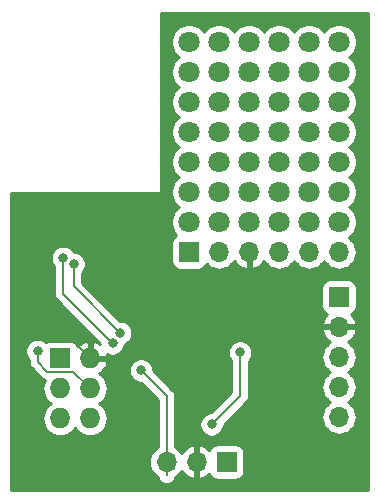
<source format=gbr>
G04 #@! TF.GenerationSoftware,KiCad,Pcbnew,5.1.2*
G04 #@! TF.CreationDate,2019-05-25T23:05:01-04:00*
G04 #@! TF.ProjectId,skateboardController,736b6174-6562-46f6-9172-64436f6e7472,rev?*
G04 #@! TF.SameCoordinates,Original*
G04 #@! TF.FileFunction,Copper,L2,Bot*
G04 #@! TF.FilePolarity,Positive*
%FSLAX46Y46*%
G04 Gerber Fmt 4.6, Leading zero omitted, Abs format (unit mm)*
G04 Created by KiCad (PCBNEW 5.1.2) date 2019-05-25 23:05:01*
%MOMM*%
%LPD*%
G04 APERTURE LIST*
%ADD10C,1.800000*%
%ADD11R,1.700000X1.700000*%
%ADD12O,1.700000X1.700000*%
%ADD13R,1.727200X1.727200*%
%ADD14O,1.727200X1.727200*%
%ADD15C,0.800000*%
%ADD16C,0.203200*%
%ADD17C,0.254000*%
G04 APERTURE END LIST*
D10*
X99060000Y-96520000D03*
X96520000Y-96520000D03*
X93980000Y-96520000D03*
X91440000Y-96520000D03*
X88900000Y-96520000D03*
X86360000Y-96520000D03*
X99060000Y-93980000D03*
X96520000Y-93980000D03*
X93980000Y-93980000D03*
X91440000Y-93980000D03*
X88900000Y-93980000D03*
X86360000Y-93980000D03*
X99060000Y-91440000D03*
X96520000Y-91440000D03*
X93980000Y-91440000D03*
X91440000Y-91440000D03*
X88900000Y-91440000D03*
X86360000Y-91440000D03*
X99060000Y-88900000D03*
X96520000Y-88900000D03*
X93980000Y-88900000D03*
X91440000Y-88900000D03*
X88900000Y-88900000D03*
X86360000Y-88900000D03*
X99060000Y-86360000D03*
X96520000Y-86360000D03*
X93980000Y-86360000D03*
X91440000Y-86360000D03*
X88900000Y-86360000D03*
X86360000Y-86360000D03*
X99060000Y-83820000D03*
X96520000Y-83820000D03*
X93980000Y-83820000D03*
X91440000Y-83820000D03*
X88900000Y-83820000D03*
X86360000Y-83820000D03*
X99060000Y-81280000D03*
X96520000Y-81280000D03*
X93980000Y-81280000D03*
X91440000Y-81280000D03*
X88900000Y-81280000D03*
X86360000Y-81280000D03*
D11*
X86360000Y-99060000D03*
D12*
X88900000Y-99060000D03*
X91440000Y-99060000D03*
X93980000Y-99060000D03*
X96520000Y-99060000D03*
X99060000Y-99060000D03*
D13*
X75438000Y-108077000D03*
D14*
X77978000Y-108077000D03*
X75438000Y-110617000D03*
X77978000Y-110617000D03*
X75438000Y-113157000D03*
X77978000Y-113157000D03*
D11*
X89535000Y-116840000D03*
D12*
X86995000Y-116840000D03*
X84455000Y-116840000D03*
D11*
X99060000Y-102870000D03*
D12*
X99060000Y-105410000D03*
X99060000Y-107950000D03*
X99060000Y-110490000D03*
X99060000Y-113030000D03*
D15*
X73025000Y-100711000D03*
X87757000Y-107950000D03*
X88011000Y-110236000D03*
X81287691Y-108130840D03*
X73532998Y-107442000D03*
X90678000Y-107569000D03*
X88265000Y-113665000D03*
X76581000Y-100076000D03*
X80518000Y-105918000D03*
X75692000Y-99568000D03*
X79883000Y-106807000D03*
X82296000Y-109093000D03*
D16*
X73025000Y-103124000D02*
X77978000Y-108077000D01*
X73025000Y-100711000D02*
X73025000Y-103124000D01*
X87757000Y-107950000D02*
X87757000Y-109982000D01*
X87757000Y-109982000D02*
X88011000Y-110236000D01*
X86995000Y-111252000D02*
X88011000Y-110236000D01*
X86995000Y-117983000D02*
X86995000Y-111252000D01*
X81468531Y-107950000D02*
X81287691Y-108130840D01*
X87757000Y-107950000D02*
X81468531Y-107950000D01*
X90297000Y-105410000D02*
X90233500Y-105473500D01*
X99060000Y-105410000D02*
X90297000Y-105410000D01*
X90233500Y-105473500D02*
X87757000Y-107950000D01*
X74371199Y-109194601D02*
X73532998Y-108356400D01*
X73532998Y-108356400D02*
X73532998Y-108007685D01*
X73532998Y-108007685D02*
X73532998Y-107442000D01*
X76555601Y-109194601D02*
X74371199Y-109194601D01*
X77978000Y-110617000D02*
X76555601Y-109194601D01*
X90678000Y-111252000D02*
X90678000Y-107569000D01*
X88265000Y-113665000D02*
X90678000Y-111252000D01*
X76581000Y-100076000D02*
X76581000Y-100641685D01*
X76581000Y-101981000D02*
X76581000Y-100076000D01*
X80518000Y-105918000D02*
X76581000Y-101981000D01*
X79483001Y-106407001D02*
X79883000Y-106807000D01*
X75692000Y-99568000D02*
X75692000Y-102616000D01*
X75692000Y-102616000D02*
X79483001Y-106407001D01*
X84455000Y-117983000D02*
X84455000Y-111252000D01*
X84455000Y-111252000D02*
X82296000Y-109093000D01*
D17*
G36*
X101473000Y-119253000D02*
G01*
X71247000Y-119253000D01*
X71247000Y-107340061D01*
X72497998Y-107340061D01*
X72497998Y-107543939D01*
X72537772Y-107743898D01*
X72615793Y-107932256D01*
X72729061Y-108101774D01*
X72796398Y-108169111D01*
X72796398Y-108320217D01*
X72792834Y-108356400D01*
X72796398Y-108392583D01*
X72796398Y-108392585D01*
X72807056Y-108500798D01*
X72849176Y-108639648D01*
X72917574Y-108767612D01*
X73009623Y-108879774D01*
X73037730Y-108902841D01*
X73824756Y-109689868D01*
X73847824Y-109717976D01*
X73959986Y-109810025D01*
X74087950Y-109878423D01*
X74127173Y-109890321D01*
X74046775Y-110040736D01*
X73961084Y-110323223D01*
X73932149Y-110617000D01*
X73961084Y-110910777D01*
X74046775Y-111193264D01*
X74185931Y-111453606D01*
X74373203Y-111681797D01*
X74601394Y-111869069D01*
X74634940Y-111887000D01*
X74601394Y-111904931D01*
X74373203Y-112092203D01*
X74185931Y-112320394D01*
X74046775Y-112580736D01*
X73961084Y-112863223D01*
X73932149Y-113157000D01*
X73961084Y-113450777D01*
X74046775Y-113733264D01*
X74185931Y-113993606D01*
X74373203Y-114221797D01*
X74601394Y-114409069D01*
X74861736Y-114548225D01*
X75144223Y-114633916D01*
X75364381Y-114655600D01*
X75511619Y-114655600D01*
X75731777Y-114633916D01*
X76014264Y-114548225D01*
X76274606Y-114409069D01*
X76502797Y-114221797D01*
X76690069Y-113993606D01*
X76708000Y-113960060D01*
X76725931Y-113993606D01*
X76913203Y-114221797D01*
X77141394Y-114409069D01*
X77401736Y-114548225D01*
X77684223Y-114633916D01*
X77904381Y-114655600D01*
X78051619Y-114655600D01*
X78271777Y-114633916D01*
X78554264Y-114548225D01*
X78814606Y-114409069D01*
X79042797Y-114221797D01*
X79230069Y-113993606D01*
X79369225Y-113733264D01*
X79454916Y-113450777D01*
X79483851Y-113157000D01*
X79454916Y-112863223D01*
X79369225Y-112580736D01*
X79230069Y-112320394D01*
X79042797Y-112092203D01*
X78814606Y-111904931D01*
X78781060Y-111887000D01*
X78814606Y-111869069D01*
X79042797Y-111681797D01*
X79230069Y-111453606D01*
X79369225Y-111193264D01*
X79454916Y-110910777D01*
X79483851Y-110617000D01*
X79454916Y-110323223D01*
X79369225Y-110040736D01*
X79230069Y-109780394D01*
X79042797Y-109552203D01*
X78814606Y-109364931D01*
X78770090Y-109341137D01*
X78866488Y-109283817D01*
X79084854Y-109087293D01*
X79156749Y-108991061D01*
X81261000Y-108991061D01*
X81261000Y-109194939D01*
X81300774Y-109394898D01*
X81378795Y-109583256D01*
X81492063Y-109752774D01*
X81636226Y-109896937D01*
X81805744Y-110010205D01*
X81994102Y-110088226D01*
X82194061Y-110128000D01*
X82289291Y-110128000D01*
X83718401Y-111557111D01*
X83718400Y-115549898D01*
X83625986Y-115599294D01*
X83399866Y-115784866D01*
X83214294Y-116010986D01*
X83076401Y-116268966D01*
X82991487Y-116548889D01*
X82962815Y-116840000D01*
X82991487Y-117131111D01*
X83076401Y-117411034D01*
X83214294Y-117669014D01*
X83399866Y-117895134D01*
X83625986Y-118080706D01*
X83732100Y-118137425D01*
X83771178Y-118266248D01*
X83839576Y-118394212D01*
X83931625Y-118506374D01*
X84043787Y-118598424D01*
X84171751Y-118666822D01*
X84310601Y-118708942D01*
X84455000Y-118723164D01*
X84599398Y-118708942D01*
X84738248Y-118666822D01*
X84866212Y-118598424D01*
X84978374Y-118506375D01*
X85070424Y-118394213D01*
X85138822Y-118266249D01*
X85177901Y-118137425D01*
X85284014Y-118080706D01*
X85510134Y-117895134D01*
X85695706Y-117669014D01*
X85730201Y-117604477D01*
X85799822Y-117721355D01*
X85994731Y-117937588D01*
X86228080Y-118111641D01*
X86490901Y-118236825D01*
X86638110Y-118281476D01*
X86868000Y-118160155D01*
X86868000Y-116967000D01*
X86848000Y-116967000D01*
X86848000Y-116713000D01*
X86868000Y-116713000D01*
X86868000Y-115519845D01*
X87122000Y-115519845D01*
X87122000Y-116713000D01*
X87142000Y-116713000D01*
X87142000Y-116967000D01*
X87122000Y-116967000D01*
X87122000Y-118160155D01*
X87351890Y-118281476D01*
X87499099Y-118236825D01*
X87761920Y-118111641D01*
X87995269Y-117937588D01*
X88071034Y-117853534D01*
X88095498Y-117934180D01*
X88154463Y-118044494D01*
X88233815Y-118141185D01*
X88330506Y-118220537D01*
X88440820Y-118279502D01*
X88560518Y-118315812D01*
X88685000Y-118328072D01*
X90385000Y-118328072D01*
X90509482Y-118315812D01*
X90629180Y-118279502D01*
X90739494Y-118220537D01*
X90836185Y-118141185D01*
X90915537Y-118044494D01*
X90974502Y-117934180D01*
X91010812Y-117814482D01*
X91023072Y-117690000D01*
X91023072Y-115990000D01*
X91010812Y-115865518D01*
X90974502Y-115745820D01*
X90915537Y-115635506D01*
X90836185Y-115538815D01*
X90739494Y-115459463D01*
X90629180Y-115400498D01*
X90509482Y-115364188D01*
X90385000Y-115351928D01*
X88685000Y-115351928D01*
X88560518Y-115364188D01*
X88440820Y-115400498D01*
X88330506Y-115459463D01*
X88233815Y-115538815D01*
X88154463Y-115635506D01*
X88095498Y-115745820D01*
X88071034Y-115826466D01*
X87995269Y-115742412D01*
X87761920Y-115568359D01*
X87499099Y-115443175D01*
X87351890Y-115398524D01*
X87122000Y-115519845D01*
X86868000Y-115519845D01*
X86638110Y-115398524D01*
X86490901Y-115443175D01*
X86228080Y-115568359D01*
X85994731Y-115742412D01*
X85799822Y-115958645D01*
X85730201Y-116075523D01*
X85695706Y-116010986D01*
X85510134Y-115784866D01*
X85284014Y-115599294D01*
X85191600Y-115549898D01*
X85191600Y-113563061D01*
X87230000Y-113563061D01*
X87230000Y-113766939D01*
X87269774Y-113966898D01*
X87347795Y-114155256D01*
X87461063Y-114324774D01*
X87605226Y-114468937D01*
X87774744Y-114582205D01*
X87963102Y-114660226D01*
X88163061Y-114700000D01*
X88366939Y-114700000D01*
X88566898Y-114660226D01*
X88755256Y-114582205D01*
X88924774Y-114468937D01*
X89068937Y-114324774D01*
X89182205Y-114155256D01*
X89260226Y-113966898D01*
X89300000Y-113766939D01*
X89300000Y-113671709D01*
X91173268Y-111798441D01*
X91201374Y-111775375D01*
X91293424Y-111663213D01*
X91361822Y-111535249D01*
X91403942Y-111396399D01*
X91414600Y-111288186D01*
X91414600Y-111288177D01*
X91418163Y-111252001D01*
X91414600Y-111215825D01*
X91414600Y-108296111D01*
X91481937Y-108228774D01*
X91595205Y-108059256D01*
X91640460Y-107950000D01*
X97567815Y-107950000D01*
X97596487Y-108241111D01*
X97681401Y-108521034D01*
X97819294Y-108779014D01*
X98004866Y-109005134D01*
X98230986Y-109190706D01*
X98285791Y-109220000D01*
X98230986Y-109249294D01*
X98004866Y-109434866D01*
X97819294Y-109660986D01*
X97681401Y-109918966D01*
X97596487Y-110198889D01*
X97567815Y-110490000D01*
X97596487Y-110781111D01*
X97681401Y-111061034D01*
X97819294Y-111319014D01*
X98004866Y-111545134D01*
X98230986Y-111730706D01*
X98285791Y-111760000D01*
X98230986Y-111789294D01*
X98004866Y-111974866D01*
X97819294Y-112200986D01*
X97681401Y-112458966D01*
X97596487Y-112738889D01*
X97567815Y-113030000D01*
X97596487Y-113321111D01*
X97681401Y-113601034D01*
X97819294Y-113859014D01*
X98004866Y-114085134D01*
X98230986Y-114270706D01*
X98488966Y-114408599D01*
X98768889Y-114493513D01*
X98987050Y-114515000D01*
X99132950Y-114515000D01*
X99351111Y-114493513D01*
X99631034Y-114408599D01*
X99889014Y-114270706D01*
X100115134Y-114085134D01*
X100300706Y-113859014D01*
X100438599Y-113601034D01*
X100523513Y-113321111D01*
X100552185Y-113030000D01*
X100523513Y-112738889D01*
X100438599Y-112458966D01*
X100300706Y-112200986D01*
X100115134Y-111974866D01*
X99889014Y-111789294D01*
X99834209Y-111760000D01*
X99889014Y-111730706D01*
X100115134Y-111545134D01*
X100300706Y-111319014D01*
X100438599Y-111061034D01*
X100523513Y-110781111D01*
X100552185Y-110490000D01*
X100523513Y-110198889D01*
X100438599Y-109918966D01*
X100300706Y-109660986D01*
X100115134Y-109434866D01*
X99889014Y-109249294D01*
X99834209Y-109220000D01*
X99889014Y-109190706D01*
X100115134Y-109005134D01*
X100300706Y-108779014D01*
X100438599Y-108521034D01*
X100523513Y-108241111D01*
X100552185Y-107950000D01*
X100523513Y-107658889D01*
X100438599Y-107378966D01*
X100300706Y-107120986D01*
X100115134Y-106894866D01*
X99889014Y-106709294D01*
X99824477Y-106674799D01*
X99941355Y-106605178D01*
X100157588Y-106410269D01*
X100331641Y-106176920D01*
X100456825Y-105914099D01*
X100501476Y-105766890D01*
X100380155Y-105537000D01*
X99187000Y-105537000D01*
X99187000Y-105557000D01*
X98933000Y-105557000D01*
X98933000Y-105537000D01*
X97739845Y-105537000D01*
X97618524Y-105766890D01*
X97663175Y-105914099D01*
X97788359Y-106176920D01*
X97962412Y-106410269D01*
X98178645Y-106605178D01*
X98295523Y-106674799D01*
X98230986Y-106709294D01*
X98004866Y-106894866D01*
X97819294Y-107120986D01*
X97681401Y-107378966D01*
X97596487Y-107658889D01*
X97567815Y-107950000D01*
X91640460Y-107950000D01*
X91673226Y-107870898D01*
X91713000Y-107670939D01*
X91713000Y-107467061D01*
X91673226Y-107267102D01*
X91595205Y-107078744D01*
X91481937Y-106909226D01*
X91337774Y-106765063D01*
X91168256Y-106651795D01*
X90979898Y-106573774D01*
X90779939Y-106534000D01*
X90576061Y-106534000D01*
X90376102Y-106573774D01*
X90187744Y-106651795D01*
X90018226Y-106765063D01*
X89874063Y-106909226D01*
X89760795Y-107078744D01*
X89682774Y-107267102D01*
X89643000Y-107467061D01*
X89643000Y-107670939D01*
X89682774Y-107870898D01*
X89760795Y-108059256D01*
X89874063Y-108228774D01*
X89941401Y-108296112D01*
X89941400Y-110946891D01*
X88258291Y-112630000D01*
X88163061Y-112630000D01*
X87963102Y-112669774D01*
X87774744Y-112747795D01*
X87605226Y-112861063D01*
X87461063Y-113005226D01*
X87347795Y-113174744D01*
X87269774Y-113363102D01*
X87230000Y-113563061D01*
X85191600Y-113563061D01*
X85191600Y-111288175D01*
X85195163Y-111251999D01*
X85191600Y-111215823D01*
X85191600Y-111215814D01*
X85180942Y-111107601D01*
X85138822Y-110968751D01*
X85070424Y-110840787D01*
X84978375Y-110728625D01*
X84950269Y-110705559D01*
X83331000Y-109086291D01*
X83331000Y-108991061D01*
X83291226Y-108791102D01*
X83213205Y-108602744D01*
X83099937Y-108433226D01*
X82955774Y-108289063D01*
X82786256Y-108175795D01*
X82597898Y-108097774D01*
X82397939Y-108058000D01*
X82194061Y-108058000D01*
X81994102Y-108097774D01*
X81805744Y-108175795D01*
X81636226Y-108289063D01*
X81492063Y-108433226D01*
X81378795Y-108602744D01*
X81300774Y-108791102D01*
X81261000Y-108991061D01*
X79156749Y-108991061D01*
X79260684Y-108851944D01*
X79387222Y-108586814D01*
X79432958Y-108436026D01*
X79311817Y-108204000D01*
X78105000Y-108204000D01*
X78105000Y-108224000D01*
X77851000Y-108224000D01*
X77851000Y-108204000D01*
X77831000Y-108204000D01*
X77831000Y-107950000D01*
X77851000Y-107950000D01*
X77851000Y-106742536D01*
X77618973Y-106622037D01*
X77342022Y-106720036D01*
X77089512Y-106870183D01*
X76910053Y-107031692D01*
X76891102Y-106969220D01*
X76832137Y-106858906D01*
X76752785Y-106762215D01*
X76656094Y-106682863D01*
X76545780Y-106623898D01*
X76426082Y-106587588D01*
X76301600Y-106575328D01*
X74574400Y-106575328D01*
X74449918Y-106587588D01*
X74330220Y-106623898D01*
X74231418Y-106676709D01*
X74192772Y-106638063D01*
X74023254Y-106524795D01*
X73834896Y-106446774D01*
X73634937Y-106407000D01*
X73431059Y-106407000D01*
X73231100Y-106446774D01*
X73042742Y-106524795D01*
X72873224Y-106638063D01*
X72729061Y-106782226D01*
X72615793Y-106951744D01*
X72537772Y-107140102D01*
X72497998Y-107340061D01*
X71247000Y-107340061D01*
X71247000Y-99466061D01*
X74657000Y-99466061D01*
X74657000Y-99669939D01*
X74696774Y-99869898D01*
X74774795Y-100058256D01*
X74888063Y-100227774D01*
X74955400Y-100295111D01*
X74955401Y-102579807D01*
X74951836Y-102616000D01*
X74960794Y-102706942D01*
X74966059Y-102760399D01*
X75008179Y-102899249D01*
X75076577Y-103027213D01*
X75168626Y-103139375D01*
X75196732Y-103162441D01*
X78848000Y-106813710D01*
X78848000Y-106859190D01*
X78613978Y-106720036D01*
X78337027Y-106622037D01*
X78105000Y-106742536D01*
X78105000Y-107950000D01*
X79311817Y-107950000D01*
X79423133Y-107736793D01*
X79581102Y-107802226D01*
X79781061Y-107842000D01*
X79984939Y-107842000D01*
X80184898Y-107802226D01*
X80373256Y-107724205D01*
X80542774Y-107610937D01*
X80686937Y-107466774D01*
X80800205Y-107297256D01*
X80878226Y-107108898D01*
X80918000Y-106908939D01*
X80918000Y-106872591D01*
X81008256Y-106835205D01*
X81177774Y-106721937D01*
X81321937Y-106577774D01*
X81435205Y-106408256D01*
X81513226Y-106219898D01*
X81553000Y-106019939D01*
X81553000Y-105816061D01*
X81513226Y-105616102D01*
X81435205Y-105427744D01*
X81321937Y-105258226D01*
X81177774Y-105114063D01*
X81008256Y-105000795D01*
X80819898Y-104922774D01*
X80619939Y-104883000D01*
X80524710Y-104883000D01*
X77661710Y-102020000D01*
X97571928Y-102020000D01*
X97571928Y-103720000D01*
X97584188Y-103844482D01*
X97620498Y-103964180D01*
X97679463Y-104074494D01*
X97758815Y-104171185D01*
X97855506Y-104250537D01*
X97965820Y-104309502D01*
X98046466Y-104333966D01*
X97962412Y-104409731D01*
X97788359Y-104643080D01*
X97663175Y-104905901D01*
X97618524Y-105053110D01*
X97739845Y-105283000D01*
X98933000Y-105283000D01*
X98933000Y-105263000D01*
X99187000Y-105263000D01*
X99187000Y-105283000D01*
X100380155Y-105283000D01*
X100501476Y-105053110D01*
X100456825Y-104905901D01*
X100331641Y-104643080D01*
X100157588Y-104409731D01*
X100073534Y-104333966D01*
X100154180Y-104309502D01*
X100264494Y-104250537D01*
X100361185Y-104171185D01*
X100440537Y-104074494D01*
X100499502Y-103964180D01*
X100535812Y-103844482D01*
X100548072Y-103720000D01*
X100548072Y-102020000D01*
X100535812Y-101895518D01*
X100499502Y-101775820D01*
X100440537Y-101665506D01*
X100361185Y-101568815D01*
X100264494Y-101489463D01*
X100154180Y-101430498D01*
X100034482Y-101394188D01*
X99910000Y-101381928D01*
X98210000Y-101381928D01*
X98085518Y-101394188D01*
X97965820Y-101430498D01*
X97855506Y-101489463D01*
X97758815Y-101568815D01*
X97679463Y-101665506D01*
X97620498Y-101775820D01*
X97584188Y-101895518D01*
X97571928Y-102020000D01*
X77661710Y-102020000D01*
X77317600Y-101675891D01*
X77317600Y-100803111D01*
X77384937Y-100735774D01*
X77498205Y-100566256D01*
X77576226Y-100377898D01*
X77616000Y-100177939D01*
X77616000Y-99974061D01*
X77576226Y-99774102D01*
X77498205Y-99585744D01*
X77384937Y-99416226D01*
X77240774Y-99272063D01*
X77071256Y-99158795D01*
X76882898Y-99080774D01*
X76682939Y-99041000D01*
X76584654Y-99041000D01*
X76495937Y-98908226D01*
X76351774Y-98764063D01*
X76182256Y-98650795D01*
X75993898Y-98572774D01*
X75793939Y-98533000D01*
X75590061Y-98533000D01*
X75390102Y-98572774D01*
X75201744Y-98650795D01*
X75032226Y-98764063D01*
X74888063Y-98908226D01*
X74774795Y-99077744D01*
X74696774Y-99266102D01*
X74657000Y-99466061D01*
X71247000Y-99466061D01*
X71247000Y-94107000D01*
X83820000Y-94107000D01*
X83844776Y-94104560D01*
X83868601Y-94097333D01*
X83890557Y-94085597D01*
X83909803Y-94069803D01*
X83925597Y-94050557D01*
X83937333Y-94028601D01*
X83944560Y-94004776D01*
X83947000Y-93980000D01*
X83947000Y-81128816D01*
X84825000Y-81128816D01*
X84825000Y-81431184D01*
X84883989Y-81727743D01*
X84999701Y-82007095D01*
X85167688Y-82258505D01*
X85381495Y-82472312D01*
X85497763Y-82550000D01*
X85381495Y-82627688D01*
X85167688Y-82841495D01*
X84999701Y-83092905D01*
X84883989Y-83372257D01*
X84825000Y-83668816D01*
X84825000Y-83971184D01*
X84883989Y-84267743D01*
X84999701Y-84547095D01*
X85167688Y-84798505D01*
X85381495Y-85012312D01*
X85497763Y-85090000D01*
X85381495Y-85167688D01*
X85167688Y-85381495D01*
X84999701Y-85632905D01*
X84883989Y-85912257D01*
X84825000Y-86208816D01*
X84825000Y-86511184D01*
X84883989Y-86807743D01*
X84999701Y-87087095D01*
X85167688Y-87338505D01*
X85381495Y-87552312D01*
X85497763Y-87630000D01*
X85381495Y-87707688D01*
X85167688Y-87921495D01*
X84999701Y-88172905D01*
X84883989Y-88452257D01*
X84825000Y-88748816D01*
X84825000Y-89051184D01*
X84883989Y-89347743D01*
X84999701Y-89627095D01*
X85167688Y-89878505D01*
X85381495Y-90092312D01*
X85497763Y-90170000D01*
X85381495Y-90247688D01*
X85167688Y-90461495D01*
X84999701Y-90712905D01*
X84883989Y-90992257D01*
X84825000Y-91288816D01*
X84825000Y-91591184D01*
X84883989Y-91887743D01*
X84999701Y-92167095D01*
X85167688Y-92418505D01*
X85381495Y-92632312D01*
X85497763Y-92710000D01*
X85381495Y-92787688D01*
X85167688Y-93001495D01*
X84999701Y-93252905D01*
X84883989Y-93532257D01*
X84825000Y-93828816D01*
X84825000Y-94131184D01*
X84883989Y-94427743D01*
X84999701Y-94707095D01*
X85167688Y-94958505D01*
X85381495Y-95172312D01*
X85497763Y-95250000D01*
X85381495Y-95327688D01*
X85167688Y-95541495D01*
X84999701Y-95792905D01*
X84883989Y-96072257D01*
X84825000Y-96368816D01*
X84825000Y-96671184D01*
X84883989Y-96967743D01*
X84999701Y-97247095D01*
X85167688Y-97498505D01*
X85284127Y-97614944D01*
X85265820Y-97620498D01*
X85155506Y-97679463D01*
X85058815Y-97758815D01*
X84979463Y-97855506D01*
X84920498Y-97965820D01*
X84884188Y-98085518D01*
X84871928Y-98210000D01*
X84871928Y-99910000D01*
X84884188Y-100034482D01*
X84920498Y-100154180D01*
X84979463Y-100264494D01*
X85058815Y-100361185D01*
X85155506Y-100440537D01*
X85265820Y-100499502D01*
X85385518Y-100535812D01*
X85510000Y-100548072D01*
X87210000Y-100548072D01*
X87334482Y-100535812D01*
X87454180Y-100499502D01*
X87564494Y-100440537D01*
X87661185Y-100361185D01*
X87740537Y-100264494D01*
X87799502Y-100154180D01*
X87820393Y-100085313D01*
X87844866Y-100115134D01*
X88070986Y-100300706D01*
X88328966Y-100438599D01*
X88608889Y-100523513D01*
X88827050Y-100545000D01*
X88972950Y-100545000D01*
X89191111Y-100523513D01*
X89471034Y-100438599D01*
X89729014Y-100300706D01*
X89955134Y-100115134D01*
X90140706Y-99889014D01*
X90175201Y-99824477D01*
X90244822Y-99941355D01*
X90439731Y-100157588D01*
X90673080Y-100331641D01*
X90935901Y-100456825D01*
X91083110Y-100501476D01*
X91313000Y-100380155D01*
X91313000Y-99187000D01*
X91293000Y-99187000D01*
X91293000Y-98933000D01*
X91313000Y-98933000D01*
X91313000Y-98913000D01*
X91567000Y-98913000D01*
X91567000Y-98933000D01*
X91587000Y-98933000D01*
X91587000Y-99187000D01*
X91567000Y-99187000D01*
X91567000Y-100380155D01*
X91796890Y-100501476D01*
X91944099Y-100456825D01*
X92206920Y-100331641D01*
X92440269Y-100157588D01*
X92635178Y-99941355D01*
X92704799Y-99824477D01*
X92739294Y-99889014D01*
X92924866Y-100115134D01*
X93150986Y-100300706D01*
X93408966Y-100438599D01*
X93688889Y-100523513D01*
X93907050Y-100545000D01*
X94052950Y-100545000D01*
X94271111Y-100523513D01*
X94551034Y-100438599D01*
X94809014Y-100300706D01*
X95035134Y-100115134D01*
X95220706Y-99889014D01*
X95250000Y-99834209D01*
X95279294Y-99889014D01*
X95464866Y-100115134D01*
X95690986Y-100300706D01*
X95948966Y-100438599D01*
X96228889Y-100523513D01*
X96447050Y-100545000D01*
X96592950Y-100545000D01*
X96811111Y-100523513D01*
X97091034Y-100438599D01*
X97349014Y-100300706D01*
X97575134Y-100115134D01*
X97760706Y-99889014D01*
X97790000Y-99834209D01*
X97819294Y-99889014D01*
X98004866Y-100115134D01*
X98230986Y-100300706D01*
X98488966Y-100438599D01*
X98768889Y-100523513D01*
X98987050Y-100545000D01*
X99132950Y-100545000D01*
X99351111Y-100523513D01*
X99631034Y-100438599D01*
X99889014Y-100300706D01*
X100115134Y-100115134D01*
X100300706Y-99889014D01*
X100438599Y-99631034D01*
X100523513Y-99351111D01*
X100552185Y-99060000D01*
X100523513Y-98768889D01*
X100438599Y-98488966D01*
X100300706Y-98230986D01*
X100115134Y-98004866D01*
X99889014Y-97819294D01*
X99883115Y-97816141D01*
X100038505Y-97712312D01*
X100252312Y-97498505D01*
X100420299Y-97247095D01*
X100536011Y-96967743D01*
X100595000Y-96671184D01*
X100595000Y-96368816D01*
X100536011Y-96072257D01*
X100420299Y-95792905D01*
X100252312Y-95541495D01*
X100038505Y-95327688D01*
X99922237Y-95250000D01*
X100038505Y-95172312D01*
X100252312Y-94958505D01*
X100420299Y-94707095D01*
X100536011Y-94427743D01*
X100595000Y-94131184D01*
X100595000Y-93828816D01*
X100536011Y-93532257D01*
X100420299Y-93252905D01*
X100252312Y-93001495D01*
X100038505Y-92787688D01*
X99922237Y-92710000D01*
X100038505Y-92632312D01*
X100252312Y-92418505D01*
X100420299Y-92167095D01*
X100536011Y-91887743D01*
X100595000Y-91591184D01*
X100595000Y-91288816D01*
X100536011Y-90992257D01*
X100420299Y-90712905D01*
X100252312Y-90461495D01*
X100038505Y-90247688D01*
X99922237Y-90170000D01*
X100038505Y-90092312D01*
X100252312Y-89878505D01*
X100420299Y-89627095D01*
X100536011Y-89347743D01*
X100595000Y-89051184D01*
X100595000Y-88748816D01*
X100536011Y-88452257D01*
X100420299Y-88172905D01*
X100252312Y-87921495D01*
X100038505Y-87707688D01*
X99922237Y-87630000D01*
X100038505Y-87552312D01*
X100252312Y-87338505D01*
X100420299Y-87087095D01*
X100536011Y-86807743D01*
X100595000Y-86511184D01*
X100595000Y-86208816D01*
X100536011Y-85912257D01*
X100420299Y-85632905D01*
X100252312Y-85381495D01*
X100038505Y-85167688D01*
X99922237Y-85090000D01*
X100038505Y-85012312D01*
X100252312Y-84798505D01*
X100420299Y-84547095D01*
X100536011Y-84267743D01*
X100595000Y-83971184D01*
X100595000Y-83668816D01*
X100536011Y-83372257D01*
X100420299Y-83092905D01*
X100252312Y-82841495D01*
X100038505Y-82627688D01*
X99922237Y-82550000D01*
X100038505Y-82472312D01*
X100252312Y-82258505D01*
X100420299Y-82007095D01*
X100536011Y-81727743D01*
X100595000Y-81431184D01*
X100595000Y-81128816D01*
X100536011Y-80832257D01*
X100420299Y-80552905D01*
X100252312Y-80301495D01*
X100038505Y-80087688D01*
X99787095Y-79919701D01*
X99507743Y-79803989D01*
X99211184Y-79745000D01*
X98908816Y-79745000D01*
X98612257Y-79803989D01*
X98332905Y-79919701D01*
X98081495Y-80087688D01*
X97867688Y-80301495D01*
X97790000Y-80417763D01*
X97712312Y-80301495D01*
X97498505Y-80087688D01*
X97247095Y-79919701D01*
X96967743Y-79803989D01*
X96671184Y-79745000D01*
X96368816Y-79745000D01*
X96072257Y-79803989D01*
X95792905Y-79919701D01*
X95541495Y-80087688D01*
X95327688Y-80301495D01*
X95250000Y-80417763D01*
X95172312Y-80301495D01*
X94958505Y-80087688D01*
X94707095Y-79919701D01*
X94427743Y-79803989D01*
X94131184Y-79745000D01*
X93828816Y-79745000D01*
X93532257Y-79803989D01*
X93252905Y-79919701D01*
X93001495Y-80087688D01*
X92787688Y-80301495D01*
X92710000Y-80417763D01*
X92632312Y-80301495D01*
X92418505Y-80087688D01*
X92167095Y-79919701D01*
X91887743Y-79803989D01*
X91591184Y-79745000D01*
X91288816Y-79745000D01*
X90992257Y-79803989D01*
X90712905Y-79919701D01*
X90461495Y-80087688D01*
X90247688Y-80301495D01*
X90170000Y-80417763D01*
X90092312Y-80301495D01*
X89878505Y-80087688D01*
X89627095Y-79919701D01*
X89347743Y-79803989D01*
X89051184Y-79745000D01*
X88748816Y-79745000D01*
X88452257Y-79803989D01*
X88172905Y-79919701D01*
X87921495Y-80087688D01*
X87707688Y-80301495D01*
X87630000Y-80417763D01*
X87552312Y-80301495D01*
X87338505Y-80087688D01*
X87087095Y-79919701D01*
X86807743Y-79803989D01*
X86511184Y-79745000D01*
X86208816Y-79745000D01*
X85912257Y-79803989D01*
X85632905Y-79919701D01*
X85381495Y-80087688D01*
X85167688Y-80301495D01*
X84999701Y-80552905D01*
X84883989Y-80832257D01*
X84825000Y-81128816D01*
X83947000Y-81128816D01*
X83947000Y-78867000D01*
X101473000Y-78867000D01*
X101473000Y-119253000D01*
X101473000Y-119253000D01*
G37*
X101473000Y-119253000D02*
X71247000Y-119253000D01*
X71247000Y-107340061D01*
X72497998Y-107340061D01*
X72497998Y-107543939D01*
X72537772Y-107743898D01*
X72615793Y-107932256D01*
X72729061Y-108101774D01*
X72796398Y-108169111D01*
X72796398Y-108320217D01*
X72792834Y-108356400D01*
X72796398Y-108392583D01*
X72796398Y-108392585D01*
X72807056Y-108500798D01*
X72849176Y-108639648D01*
X72917574Y-108767612D01*
X73009623Y-108879774D01*
X73037730Y-108902841D01*
X73824756Y-109689868D01*
X73847824Y-109717976D01*
X73959986Y-109810025D01*
X74087950Y-109878423D01*
X74127173Y-109890321D01*
X74046775Y-110040736D01*
X73961084Y-110323223D01*
X73932149Y-110617000D01*
X73961084Y-110910777D01*
X74046775Y-111193264D01*
X74185931Y-111453606D01*
X74373203Y-111681797D01*
X74601394Y-111869069D01*
X74634940Y-111887000D01*
X74601394Y-111904931D01*
X74373203Y-112092203D01*
X74185931Y-112320394D01*
X74046775Y-112580736D01*
X73961084Y-112863223D01*
X73932149Y-113157000D01*
X73961084Y-113450777D01*
X74046775Y-113733264D01*
X74185931Y-113993606D01*
X74373203Y-114221797D01*
X74601394Y-114409069D01*
X74861736Y-114548225D01*
X75144223Y-114633916D01*
X75364381Y-114655600D01*
X75511619Y-114655600D01*
X75731777Y-114633916D01*
X76014264Y-114548225D01*
X76274606Y-114409069D01*
X76502797Y-114221797D01*
X76690069Y-113993606D01*
X76708000Y-113960060D01*
X76725931Y-113993606D01*
X76913203Y-114221797D01*
X77141394Y-114409069D01*
X77401736Y-114548225D01*
X77684223Y-114633916D01*
X77904381Y-114655600D01*
X78051619Y-114655600D01*
X78271777Y-114633916D01*
X78554264Y-114548225D01*
X78814606Y-114409069D01*
X79042797Y-114221797D01*
X79230069Y-113993606D01*
X79369225Y-113733264D01*
X79454916Y-113450777D01*
X79483851Y-113157000D01*
X79454916Y-112863223D01*
X79369225Y-112580736D01*
X79230069Y-112320394D01*
X79042797Y-112092203D01*
X78814606Y-111904931D01*
X78781060Y-111887000D01*
X78814606Y-111869069D01*
X79042797Y-111681797D01*
X79230069Y-111453606D01*
X79369225Y-111193264D01*
X79454916Y-110910777D01*
X79483851Y-110617000D01*
X79454916Y-110323223D01*
X79369225Y-110040736D01*
X79230069Y-109780394D01*
X79042797Y-109552203D01*
X78814606Y-109364931D01*
X78770090Y-109341137D01*
X78866488Y-109283817D01*
X79084854Y-109087293D01*
X79156749Y-108991061D01*
X81261000Y-108991061D01*
X81261000Y-109194939D01*
X81300774Y-109394898D01*
X81378795Y-109583256D01*
X81492063Y-109752774D01*
X81636226Y-109896937D01*
X81805744Y-110010205D01*
X81994102Y-110088226D01*
X82194061Y-110128000D01*
X82289291Y-110128000D01*
X83718401Y-111557111D01*
X83718400Y-115549898D01*
X83625986Y-115599294D01*
X83399866Y-115784866D01*
X83214294Y-116010986D01*
X83076401Y-116268966D01*
X82991487Y-116548889D01*
X82962815Y-116840000D01*
X82991487Y-117131111D01*
X83076401Y-117411034D01*
X83214294Y-117669014D01*
X83399866Y-117895134D01*
X83625986Y-118080706D01*
X83732100Y-118137425D01*
X83771178Y-118266248D01*
X83839576Y-118394212D01*
X83931625Y-118506374D01*
X84043787Y-118598424D01*
X84171751Y-118666822D01*
X84310601Y-118708942D01*
X84455000Y-118723164D01*
X84599398Y-118708942D01*
X84738248Y-118666822D01*
X84866212Y-118598424D01*
X84978374Y-118506375D01*
X85070424Y-118394213D01*
X85138822Y-118266249D01*
X85177901Y-118137425D01*
X85284014Y-118080706D01*
X85510134Y-117895134D01*
X85695706Y-117669014D01*
X85730201Y-117604477D01*
X85799822Y-117721355D01*
X85994731Y-117937588D01*
X86228080Y-118111641D01*
X86490901Y-118236825D01*
X86638110Y-118281476D01*
X86868000Y-118160155D01*
X86868000Y-116967000D01*
X86848000Y-116967000D01*
X86848000Y-116713000D01*
X86868000Y-116713000D01*
X86868000Y-115519845D01*
X87122000Y-115519845D01*
X87122000Y-116713000D01*
X87142000Y-116713000D01*
X87142000Y-116967000D01*
X87122000Y-116967000D01*
X87122000Y-118160155D01*
X87351890Y-118281476D01*
X87499099Y-118236825D01*
X87761920Y-118111641D01*
X87995269Y-117937588D01*
X88071034Y-117853534D01*
X88095498Y-117934180D01*
X88154463Y-118044494D01*
X88233815Y-118141185D01*
X88330506Y-118220537D01*
X88440820Y-118279502D01*
X88560518Y-118315812D01*
X88685000Y-118328072D01*
X90385000Y-118328072D01*
X90509482Y-118315812D01*
X90629180Y-118279502D01*
X90739494Y-118220537D01*
X90836185Y-118141185D01*
X90915537Y-118044494D01*
X90974502Y-117934180D01*
X91010812Y-117814482D01*
X91023072Y-117690000D01*
X91023072Y-115990000D01*
X91010812Y-115865518D01*
X90974502Y-115745820D01*
X90915537Y-115635506D01*
X90836185Y-115538815D01*
X90739494Y-115459463D01*
X90629180Y-115400498D01*
X90509482Y-115364188D01*
X90385000Y-115351928D01*
X88685000Y-115351928D01*
X88560518Y-115364188D01*
X88440820Y-115400498D01*
X88330506Y-115459463D01*
X88233815Y-115538815D01*
X88154463Y-115635506D01*
X88095498Y-115745820D01*
X88071034Y-115826466D01*
X87995269Y-115742412D01*
X87761920Y-115568359D01*
X87499099Y-115443175D01*
X87351890Y-115398524D01*
X87122000Y-115519845D01*
X86868000Y-115519845D01*
X86638110Y-115398524D01*
X86490901Y-115443175D01*
X86228080Y-115568359D01*
X85994731Y-115742412D01*
X85799822Y-115958645D01*
X85730201Y-116075523D01*
X85695706Y-116010986D01*
X85510134Y-115784866D01*
X85284014Y-115599294D01*
X85191600Y-115549898D01*
X85191600Y-113563061D01*
X87230000Y-113563061D01*
X87230000Y-113766939D01*
X87269774Y-113966898D01*
X87347795Y-114155256D01*
X87461063Y-114324774D01*
X87605226Y-114468937D01*
X87774744Y-114582205D01*
X87963102Y-114660226D01*
X88163061Y-114700000D01*
X88366939Y-114700000D01*
X88566898Y-114660226D01*
X88755256Y-114582205D01*
X88924774Y-114468937D01*
X89068937Y-114324774D01*
X89182205Y-114155256D01*
X89260226Y-113966898D01*
X89300000Y-113766939D01*
X89300000Y-113671709D01*
X91173268Y-111798441D01*
X91201374Y-111775375D01*
X91293424Y-111663213D01*
X91361822Y-111535249D01*
X91403942Y-111396399D01*
X91414600Y-111288186D01*
X91414600Y-111288177D01*
X91418163Y-111252001D01*
X91414600Y-111215825D01*
X91414600Y-108296111D01*
X91481937Y-108228774D01*
X91595205Y-108059256D01*
X91640460Y-107950000D01*
X97567815Y-107950000D01*
X97596487Y-108241111D01*
X97681401Y-108521034D01*
X97819294Y-108779014D01*
X98004866Y-109005134D01*
X98230986Y-109190706D01*
X98285791Y-109220000D01*
X98230986Y-109249294D01*
X98004866Y-109434866D01*
X97819294Y-109660986D01*
X97681401Y-109918966D01*
X97596487Y-110198889D01*
X97567815Y-110490000D01*
X97596487Y-110781111D01*
X97681401Y-111061034D01*
X97819294Y-111319014D01*
X98004866Y-111545134D01*
X98230986Y-111730706D01*
X98285791Y-111760000D01*
X98230986Y-111789294D01*
X98004866Y-111974866D01*
X97819294Y-112200986D01*
X97681401Y-112458966D01*
X97596487Y-112738889D01*
X97567815Y-113030000D01*
X97596487Y-113321111D01*
X97681401Y-113601034D01*
X97819294Y-113859014D01*
X98004866Y-114085134D01*
X98230986Y-114270706D01*
X98488966Y-114408599D01*
X98768889Y-114493513D01*
X98987050Y-114515000D01*
X99132950Y-114515000D01*
X99351111Y-114493513D01*
X99631034Y-114408599D01*
X99889014Y-114270706D01*
X100115134Y-114085134D01*
X100300706Y-113859014D01*
X100438599Y-113601034D01*
X100523513Y-113321111D01*
X100552185Y-113030000D01*
X100523513Y-112738889D01*
X100438599Y-112458966D01*
X100300706Y-112200986D01*
X100115134Y-111974866D01*
X99889014Y-111789294D01*
X99834209Y-111760000D01*
X99889014Y-111730706D01*
X100115134Y-111545134D01*
X100300706Y-111319014D01*
X100438599Y-111061034D01*
X100523513Y-110781111D01*
X100552185Y-110490000D01*
X100523513Y-110198889D01*
X100438599Y-109918966D01*
X100300706Y-109660986D01*
X100115134Y-109434866D01*
X99889014Y-109249294D01*
X99834209Y-109220000D01*
X99889014Y-109190706D01*
X100115134Y-109005134D01*
X100300706Y-108779014D01*
X100438599Y-108521034D01*
X100523513Y-108241111D01*
X100552185Y-107950000D01*
X100523513Y-107658889D01*
X100438599Y-107378966D01*
X100300706Y-107120986D01*
X100115134Y-106894866D01*
X99889014Y-106709294D01*
X99824477Y-106674799D01*
X99941355Y-106605178D01*
X100157588Y-106410269D01*
X100331641Y-106176920D01*
X100456825Y-105914099D01*
X100501476Y-105766890D01*
X100380155Y-105537000D01*
X99187000Y-105537000D01*
X99187000Y-105557000D01*
X98933000Y-105557000D01*
X98933000Y-105537000D01*
X97739845Y-105537000D01*
X97618524Y-105766890D01*
X97663175Y-105914099D01*
X97788359Y-106176920D01*
X97962412Y-106410269D01*
X98178645Y-106605178D01*
X98295523Y-106674799D01*
X98230986Y-106709294D01*
X98004866Y-106894866D01*
X97819294Y-107120986D01*
X97681401Y-107378966D01*
X97596487Y-107658889D01*
X97567815Y-107950000D01*
X91640460Y-107950000D01*
X91673226Y-107870898D01*
X91713000Y-107670939D01*
X91713000Y-107467061D01*
X91673226Y-107267102D01*
X91595205Y-107078744D01*
X91481937Y-106909226D01*
X91337774Y-106765063D01*
X91168256Y-106651795D01*
X90979898Y-106573774D01*
X90779939Y-106534000D01*
X90576061Y-106534000D01*
X90376102Y-106573774D01*
X90187744Y-106651795D01*
X90018226Y-106765063D01*
X89874063Y-106909226D01*
X89760795Y-107078744D01*
X89682774Y-107267102D01*
X89643000Y-107467061D01*
X89643000Y-107670939D01*
X89682774Y-107870898D01*
X89760795Y-108059256D01*
X89874063Y-108228774D01*
X89941401Y-108296112D01*
X89941400Y-110946891D01*
X88258291Y-112630000D01*
X88163061Y-112630000D01*
X87963102Y-112669774D01*
X87774744Y-112747795D01*
X87605226Y-112861063D01*
X87461063Y-113005226D01*
X87347795Y-113174744D01*
X87269774Y-113363102D01*
X87230000Y-113563061D01*
X85191600Y-113563061D01*
X85191600Y-111288175D01*
X85195163Y-111251999D01*
X85191600Y-111215823D01*
X85191600Y-111215814D01*
X85180942Y-111107601D01*
X85138822Y-110968751D01*
X85070424Y-110840787D01*
X84978375Y-110728625D01*
X84950269Y-110705559D01*
X83331000Y-109086291D01*
X83331000Y-108991061D01*
X83291226Y-108791102D01*
X83213205Y-108602744D01*
X83099937Y-108433226D01*
X82955774Y-108289063D01*
X82786256Y-108175795D01*
X82597898Y-108097774D01*
X82397939Y-108058000D01*
X82194061Y-108058000D01*
X81994102Y-108097774D01*
X81805744Y-108175795D01*
X81636226Y-108289063D01*
X81492063Y-108433226D01*
X81378795Y-108602744D01*
X81300774Y-108791102D01*
X81261000Y-108991061D01*
X79156749Y-108991061D01*
X79260684Y-108851944D01*
X79387222Y-108586814D01*
X79432958Y-108436026D01*
X79311817Y-108204000D01*
X78105000Y-108204000D01*
X78105000Y-108224000D01*
X77851000Y-108224000D01*
X77851000Y-108204000D01*
X77831000Y-108204000D01*
X77831000Y-107950000D01*
X77851000Y-107950000D01*
X77851000Y-106742536D01*
X77618973Y-106622037D01*
X77342022Y-106720036D01*
X77089512Y-106870183D01*
X76910053Y-107031692D01*
X76891102Y-106969220D01*
X76832137Y-106858906D01*
X76752785Y-106762215D01*
X76656094Y-106682863D01*
X76545780Y-106623898D01*
X76426082Y-106587588D01*
X76301600Y-106575328D01*
X74574400Y-106575328D01*
X74449918Y-106587588D01*
X74330220Y-106623898D01*
X74231418Y-106676709D01*
X74192772Y-106638063D01*
X74023254Y-106524795D01*
X73834896Y-106446774D01*
X73634937Y-106407000D01*
X73431059Y-106407000D01*
X73231100Y-106446774D01*
X73042742Y-106524795D01*
X72873224Y-106638063D01*
X72729061Y-106782226D01*
X72615793Y-106951744D01*
X72537772Y-107140102D01*
X72497998Y-107340061D01*
X71247000Y-107340061D01*
X71247000Y-99466061D01*
X74657000Y-99466061D01*
X74657000Y-99669939D01*
X74696774Y-99869898D01*
X74774795Y-100058256D01*
X74888063Y-100227774D01*
X74955400Y-100295111D01*
X74955401Y-102579807D01*
X74951836Y-102616000D01*
X74960794Y-102706942D01*
X74966059Y-102760399D01*
X75008179Y-102899249D01*
X75076577Y-103027213D01*
X75168626Y-103139375D01*
X75196732Y-103162441D01*
X78848000Y-106813710D01*
X78848000Y-106859190D01*
X78613978Y-106720036D01*
X78337027Y-106622037D01*
X78105000Y-106742536D01*
X78105000Y-107950000D01*
X79311817Y-107950000D01*
X79423133Y-107736793D01*
X79581102Y-107802226D01*
X79781061Y-107842000D01*
X79984939Y-107842000D01*
X80184898Y-107802226D01*
X80373256Y-107724205D01*
X80542774Y-107610937D01*
X80686937Y-107466774D01*
X80800205Y-107297256D01*
X80878226Y-107108898D01*
X80918000Y-106908939D01*
X80918000Y-106872591D01*
X81008256Y-106835205D01*
X81177774Y-106721937D01*
X81321937Y-106577774D01*
X81435205Y-106408256D01*
X81513226Y-106219898D01*
X81553000Y-106019939D01*
X81553000Y-105816061D01*
X81513226Y-105616102D01*
X81435205Y-105427744D01*
X81321937Y-105258226D01*
X81177774Y-105114063D01*
X81008256Y-105000795D01*
X80819898Y-104922774D01*
X80619939Y-104883000D01*
X80524710Y-104883000D01*
X77661710Y-102020000D01*
X97571928Y-102020000D01*
X97571928Y-103720000D01*
X97584188Y-103844482D01*
X97620498Y-103964180D01*
X97679463Y-104074494D01*
X97758815Y-104171185D01*
X97855506Y-104250537D01*
X97965820Y-104309502D01*
X98046466Y-104333966D01*
X97962412Y-104409731D01*
X97788359Y-104643080D01*
X97663175Y-104905901D01*
X97618524Y-105053110D01*
X97739845Y-105283000D01*
X98933000Y-105283000D01*
X98933000Y-105263000D01*
X99187000Y-105263000D01*
X99187000Y-105283000D01*
X100380155Y-105283000D01*
X100501476Y-105053110D01*
X100456825Y-104905901D01*
X100331641Y-104643080D01*
X100157588Y-104409731D01*
X100073534Y-104333966D01*
X100154180Y-104309502D01*
X100264494Y-104250537D01*
X100361185Y-104171185D01*
X100440537Y-104074494D01*
X100499502Y-103964180D01*
X100535812Y-103844482D01*
X100548072Y-103720000D01*
X100548072Y-102020000D01*
X100535812Y-101895518D01*
X100499502Y-101775820D01*
X100440537Y-101665506D01*
X100361185Y-101568815D01*
X100264494Y-101489463D01*
X100154180Y-101430498D01*
X100034482Y-101394188D01*
X99910000Y-101381928D01*
X98210000Y-101381928D01*
X98085518Y-101394188D01*
X97965820Y-101430498D01*
X97855506Y-101489463D01*
X97758815Y-101568815D01*
X97679463Y-101665506D01*
X97620498Y-101775820D01*
X97584188Y-101895518D01*
X97571928Y-102020000D01*
X77661710Y-102020000D01*
X77317600Y-101675891D01*
X77317600Y-100803111D01*
X77384937Y-100735774D01*
X77498205Y-100566256D01*
X77576226Y-100377898D01*
X77616000Y-100177939D01*
X77616000Y-99974061D01*
X77576226Y-99774102D01*
X77498205Y-99585744D01*
X77384937Y-99416226D01*
X77240774Y-99272063D01*
X77071256Y-99158795D01*
X76882898Y-99080774D01*
X76682939Y-99041000D01*
X76584654Y-99041000D01*
X76495937Y-98908226D01*
X76351774Y-98764063D01*
X76182256Y-98650795D01*
X75993898Y-98572774D01*
X75793939Y-98533000D01*
X75590061Y-98533000D01*
X75390102Y-98572774D01*
X75201744Y-98650795D01*
X75032226Y-98764063D01*
X74888063Y-98908226D01*
X74774795Y-99077744D01*
X74696774Y-99266102D01*
X74657000Y-99466061D01*
X71247000Y-99466061D01*
X71247000Y-94107000D01*
X83820000Y-94107000D01*
X83844776Y-94104560D01*
X83868601Y-94097333D01*
X83890557Y-94085597D01*
X83909803Y-94069803D01*
X83925597Y-94050557D01*
X83937333Y-94028601D01*
X83944560Y-94004776D01*
X83947000Y-93980000D01*
X83947000Y-81128816D01*
X84825000Y-81128816D01*
X84825000Y-81431184D01*
X84883989Y-81727743D01*
X84999701Y-82007095D01*
X85167688Y-82258505D01*
X85381495Y-82472312D01*
X85497763Y-82550000D01*
X85381495Y-82627688D01*
X85167688Y-82841495D01*
X84999701Y-83092905D01*
X84883989Y-83372257D01*
X84825000Y-83668816D01*
X84825000Y-83971184D01*
X84883989Y-84267743D01*
X84999701Y-84547095D01*
X85167688Y-84798505D01*
X85381495Y-85012312D01*
X85497763Y-85090000D01*
X85381495Y-85167688D01*
X85167688Y-85381495D01*
X84999701Y-85632905D01*
X84883989Y-85912257D01*
X84825000Y-86208816D01*
X84825000Y-86511184D01*
X84883989Y-86807743D01*
X84999701Y-87087095D01*
X85167688Y-87338505D01*
X85381495Y-87552312D01*
X85497763Y-87630000D01*
X85381495Y-87707688D01*
X85167688Y-87921495D01*
X84999701Y-88172905D01*
X84883989Y-88452257D01*
X84825000Y-88748816D01*
X84825000Y-89051184D01*
X84883989Y-89347743D01*
X84999701Y-89627095D01*
X85167688Y-89878505D01*
X85381495Y-90092312D01*
X85497763Y-90170000D01*
X85381495Y-90247688D01*
X85167688Y-90461495D01*
X84999701Y-90712905D01*
X84883989Y-90992257D01*
X84825000Y-91288816D01*
X84825000Y-91591184D01*
X84883989Y-91887743D01*
X84999701Y-92167095D01*
X85167688Y-92418505D01*
X85381495Y-92632312D01*
X85497763Y-92710000D01*
X85381495Y-92787688D01*
X85167688Y-93001495D01*
X84999701Y-93252905D01*
X84883989Y-93532257D01*
X84825000Y-93828816D01*
X84825000Y-94131184D01*
X84883989Y-94427743D01*
X84999701Y-94707095D01*
X85167688Y-94958505D01*
X85381495Y-95172312D01*
X85497763Y-95250000D01*
X85381495Y-95327688D01*
X85167688Y-95541495D01*
X84999701Y-95792905D01*
X84883989Y-96072257D01*
X84825000Y-96368816D01*
X84825000Y-96671184D01*
X84883989Y-96967743D01*
X84999701Y-97247095D01*
X85167688Y-97498505D01*
X85284127Y-97614944D01*
X85265820Y-97620498D01*
X85155506Y-97679463D01*
X85058815Y-97758815D01*
X84979463Y-97855506D01*
X84920498Y-97965820D01*
X84884188Y-98085518D01*
X84871928Y-98210000D01*
X84871928Y-99910000D01*
X84884188Y-100034482D01*
X84920498Y-100154180D01*
X84979463Y-100264494D01*
X85058815Y-100361185D01*
X85155506Y-100440537D01*
X85265820Y-100499502D01*
X85385518Y-100535812D01*
X85510000Y-100548072D01*
X87210000Y-100548072D01*
X87334482Y-100535812D01*
X87454180Y-100499502D01*
X87564494Y-100440537D01*
X87661185Y-100361185D01*
X87740537Y-100264494D01*
X87799502Y-100154180D01*
X87820393Y-100085313D01*
X87844866Y-100115134D01*
X88070986Y-100300706D01*
X88328966Y-100438599D01*
X88608889Y-100523513D01*
X88827050Y-100545000D01*
X88972950Y-100545000D01*
X89191111Y-100523513D01*
X89471034Y-100438599D01*
X89729014Y-100300706D01*
X89955134Y-100115134D01*
X90140706Y-99889014D01*
X90175201Y-99824477D01*
X90244822Y-99941355D01*
X90439731Y-100157588D01*
X90673080Y-100331641D01*
X90935901Y-100456825D01*
X91083110Y-100501476D01*
X91313000Y-100380155D01*
X91313000Y-99187000D01*
X91293000Y-99187000D01*
X91293000Y-98933000D01*
X91313000Y-98933000D01*
X91313000Y-98913000D01*
X91567000Y-98913000D01*
X91567000Y-98933000D01*
X91587000Y-98933000D01*
X91587000Y-99187000D01*
X91567000Y-99187000D01*
X91567000Y-100380155D01*
X91796890Y-100501476D01*
X91944099Y-100456825D01*
X92206920Y-100331641D01*
X92440269Y-100157588D01*
X92635178Y-99941355D01*
X92704799Y-99824477D01*
X92739294Y-99889014D01*
X92924866Y-100115134D01*
X93150986Y-100300706D01*
X93408966Y-100438599D01*
X93688889Y-100523513D01*
X93907050Y-100545000D01*
X94052950Y-100545000D01*
X94271111Y-100523513D01*
X94551034Y-100438599D01*
X94809014Y-100300706D01*
X95035134Y-100115134D01*
X95220706Y-99889014D01*
X95250000Y-99834209D01*
X95279294Y-99889014D01*
X95464866Y-100115134D01*
X95690986Y-100300706D01*
X95948966Y-100438599D01*
X96228889Y-100523513D01*
X96447050Y-100545000D01*
X96592950Y-100545000D01*
X96811111Y-100523513D01*
X97091034Y-100438599D01*
X97349014Y-100300706D01*
X97575134Y-100115134D01*
X97760706Y-99889014D01*
X97790000Y-99834209D01*
X97819294Y-99889014D01*
X98004866Y-100115134D01*
X98230986Y-100300706D01*
X98488966Y-100438599D01*
X98768889Y-100523513D01*
X98987050Y-100545000D01*
X99132950Y-100545000D01*
X99351111Y-100523513D01*
X99631034Y-100438599D01*
X99889014Y-100300706D01*
X100115134Y-100115134D01*
X100300706Y-99889014D01*
X100438599Y-99631034D01*
X100523513Y-99351111D01*
X100552185Y-99060000D01*
X100523513Y-98768889D01*
X100438599Y-98488966D01*
X100300706Y-98230986D01*
X100115134Y-98004866D01*
X99889014Y-97819294D01*
X99883115Y-97816141D01*
X100038505Y-97712312D01*
X100252312Y-97498505D01*
X100420299Y-97247095D01*
X100536011Y-96967743D01*
X100595000Y-96671184D01*
X100595000Y-96368816D01*
X100536011Y-96072257D01*
X100420299Y-95792905D01*
X100252312Y-95541495D01*
X100038505Y-95327688D01*
X99922237Y-95250000D01*
X100038505Y-95172312D01*
X100252312Y-94958505D01*
X100420299Y-94707095D01*
X100536011Y-94427743D01*
X100595000Y-94131184D01*
X100595000Y-93828816D01*
X100536011Y-93532257D01*
X100420299Y-93252905D01*
X100252312Y-93001495D01*
X100038505Y-92787688D01*
X99922237Y-92710000D01*
X100038505Y-92632312D01*
X100252312Y-92418505D01*
X100420299Y-92167095D01*
X100536011Y-91887743D01*
X100595000Y-91591184D01*
X100595000Y-91288816D01*
X100536011Y-90992257D01*
X100420299Y-90712905D01*
X100252312Y-90461495D01*
X100038505Y-90247688D01*
X99922237Y-90170000D01*
X100038505Y-90092312D01*
X100252312Y-89878505D01*
X100420299Y-89627095D01*
X100536011Y-89347743D01*
X100595000Y-89051184D01*
X100595000Y-88748816D01*
X100536011Y-88452257D01*
X100420299Y-88172905D01*
X100252312Y-87921495D01*
X100038505Y-87707688D01*
X99922237Y-87630000D01*
X100038505Y-87552312D01*
X100252312Y-87338505D01*
X100420299Y-87087095D01*
X100536011Y-86807743D01*
X100595000Y-86511184D01*
X100595000Y-86208816D01*
X100536011Y-85912257D01*
X100420299Y-85632905D01*
X100252312Y-85381495D01*
X100038505Y-85167688D01*
X99922237Y-85090000D01*
X100038505Y-85012312D01*
X100252312Y-84798505D01*
X100420299Y-84547095D01*
X100536011Y-84267743D01*
X100595000Y-83971184D01*
X100595000Y-83668816D01*
X100536011Y-83372257D01*
X100420299Y-83092905D01*
X100252312Y-82841495D01*
X100038505Y-82627688D01*
X99922237Y-82550000D01*
X100038505Y-82472312D01*
X100252312Y-82258505D01*
X100420299Y-82007095D01*
X100536011Y-81727743D01*
X100595000Y-81431184D01*
X100595000Y-81128816D01*
X100536011Y-80832257D01*
X100420299Y-80552905D01*
X100252312Y-80301495D01*
X100038505Y-80087688D01*
X99787095Y-79919701D01*
X99507743Y-79803989D01*
X99211184Y-79745000D01*
X98908816Y-79745000D01*
X98612257Y-79803989D01*
X98332905Y-79919701D01*
X98081495Y-80087688D01*
X97867688Y-80301495D01*
X97790000Y-80417763D01*
X97712312Y-80301495D01*
X97498505Y-80087688D01*
X97247095Y-79919701D01*
X96967743Y-79803989D01*
X96671184Y-79745000D01*
X96368816Y-79745000D01*
X96072257Y-79803989D01*
X95792905Y-79919701D01*
X95541495Y-80087688D01*
X95327688Y-80301495D01*
X95250000Y-80417763D01*
X95172312Y-80301495D01*
X94958505Y-80087688D01*
X94707095Y-79919701D01*
X94427743Y-79803989D01*
X94131184Y-79745000D01*
X93828816Y-79745000D01*
X93532257Y-79803989D01*
X93252905Y-79919701D01*
X93001495Y-80087688D01*
X92787688Y-80301495D01*
X92710000Y-80417763D01*
X92632312Y-80301495D01*
X92418505Y-80087688D01*
X92167095Y-79919701D01*
X91887743Y-79803989D01*
X91591184Y-79745000D01*
X91288816Y-79745000D01*
X90992257Y-79803989D01*
X90712905Y-79919701D01*
X90461495Y-80087688D01*
X90247688Y-80301495D01*
X90170000Y-80417763D01*
X90092312Y-80301495D01*
X89878505Y-80087688D01*
X89627095Y-79919701D01*
X89347743Y-79803989D01*
X89051184Y-79745000D01*
X88748816Y-79745000D01*
X88452257Y-79803989D01*
X88172905Y-79919701D01*
X87921495Y-80087688D01*
X87707688Y-80301495D01*
X87630000Y-80417763D01*
X87552312Y-80301495D01*
X87338505Y-80087688D01*
X87087095Y-79919701D01*
X86807743Y-79803989D01*
X86511184Y-79745000D01*
X86208816Y-79745000D01*
X85912257Y-79803989D01*
X85632905Y-79919701D01*
X85381495Y-80087688D01*
X85167688Y-80301495D01*
X84999701Y-80552905D01*
X84883989Y-80832257D01*
X84825000Y-81128816D01*
X83947000Y-81128816D01*
X83947000Y-78867000D01*
X101473000Y-78867000D01*
X101473000Y-119253000D01*
M02*

</source>
